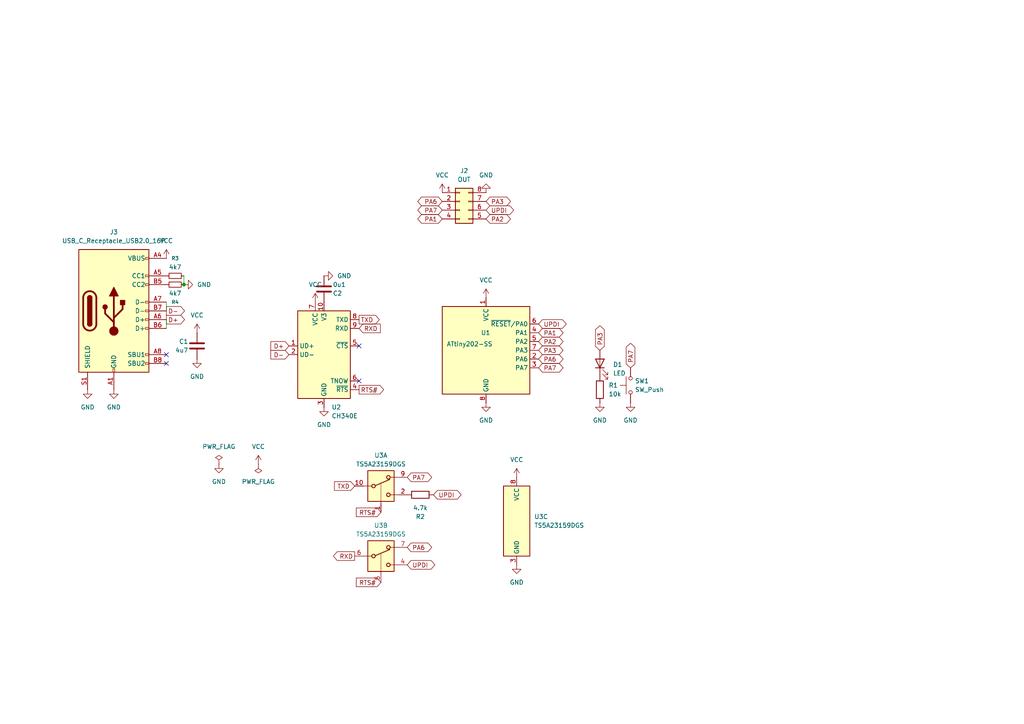
<source format=kicad_sch>
(kicad_sch (version 20250114) (generator "eeschema") (generator_version "9.0")
  (paper "A4")
  (lib_symbols
    (symbol "Analog_Switch:TS5A23159DGS"
      (property "Reference" "U" (at -5.08 8.89 0))
      (property "Value" "TS5A23159DGS" (at -5.08 6.985 0))
      (symbol "TS5A23159DGS_1_1"
        (polyline (pts (xy -5.08 0) (xy -2.794 0)))
        (rectangle (start -3.81 4.445) (end 3.81 -4.445) (stroke (width 0.254)) (fill (type background)))
        (circle (center -2.159 0) (radius 0.508) (stroke (width 0.254)))
        (polyline (pts (xy -1.651 0.127) (xy 2.54 1.905)) (stroke (width 0.254)))
        (polyline (pts (xy 0 0.254) (xy 0 0.508)))
        (polyline (pts (xy 0 -0.254) (xy 0 0)))
        (polyline (pts (xy 0 -0.762) (xy 0 -0.508)))
        (polyline (pts (xy 0 -1.27) (xy 0 -1.016)))
        (polyline (pts (xy 0 -1.778) (xy 0 -1.524)))
        (polyline (pts (xy 0 -2.286) (xy 0 -2.032)))
        (polyline (pts (xy 0 -2.794) (xy 0 -2.54)))
        (polyline (pts (xy 0 -3.302) (xy 0 -3.048)))
        (polyline (pts (xy 0 -3.81) (xy 0 -3.556)))
        (polyline (pts (xy 0 -4.318) (xy 0 -4.064)))
        (polyline (pts (xy 0 -5.08) (xy 0 -4.572)))
        (circle (center 2.159 2.54) (radius 0.508) (stroke (width 0.254)))
        (circle (center 2.159 -2.54) (radius 0.508) (stroke (width 0.254)))
        (polyline (pts (xy 5.08 2.54) (xy 2.794 2.54)))
        (polyline (pts (xy 5.08 -2.54) (xy 2.794 -2.54)))
        (pin passive line (at -7.62 0 0) (length 2.54) (name "~") (number "10"))
        (pin input line (at 0 -7.62 90) (length 2.54) (name "~") (number "1"))
        (pin passive line (at 7.62 2.54 180) (length 2.54) (name "~") (number "9"))
        (pin passive line (at 7.62 -2.54 180) (length 2.54) (name "~") (number "2"))
      )
      (symbol "TS5A23159DGS_2_1"
        (polyline (pts (xy -5.08 0) (xy -2.794 0)))
        (rectangle (start -3.81 4.445) (end 3.81 -4.445) (stroke (width 0.254)) (fill (type background)))
        (circle (center -2.159 0) (radius 0.508) (stroke (width 0.254)))
        (polyline (pts (xy -1.651 0.127) (xy 2.54 1.905)) (stroke (width 0.254)))
        (polyline (pts (xy 0 0.254) (xy 0 0.508)))
        (polyline (pts (xy 0 -0.254) (xy 0 0)))
        (polyline (pts (xy 0 -0.762) (xy 0 -0.508)))
        (polyline (pts (xy 0 -1.27) (xy 0 -1.016)))
        (polyline (pts (xy 0 -1.778) (xy 0 -1.524)))
        (polyline (pts (xy 0 -2.286) (xy 0 -2.032)))
        (polyline (pts (xy 0 -2.794) (xy 0 -2.54)))
        (polyline (pts (xy 0 -3.302) (xy 0 -3.048)))
        (polyline (pts (xy 0 -3.81) (xy 0 -3.556)))
        (polyline (pts (xy 0 -4.318) (xy 0 -4.064)))
        (polyline (pts (xy 0 -5.08) (xy 0 -4.572)))
        (circle (center 2.159 2.54) (radius 0.508) (stroke (width 0.254)))
        (circle (center 2.159 -2.54) (radius 0.508) (stroke (width 0.254)))
        (polyline (pts (xy 5.08 2.54) (xy 2.794 2.54)))
        (polyline (pts (xy 5.08 -2.54) (xy 2.794 -2.54)))
        (pin passive line (at -7.62 0 0) (length 2.54) (name "~") (number "6"))
        (pin input line (at 0 -7.62 90) (length 2.54) (name "~") (number "5"))
        (pin passive line (at 7.62 2.54 180) (length 2.54) (name "~") (number "7"))
        (pin passive line (at 7.62 -2.54 180) (length 2.54) (name "~") (number "4"))
      )
      (symbol "TS5A23159DGS_3_1"
        (rectangle (start -3.81 10.16) (end 3.81 -10.16) (stroke (width 0.254)) (fill (type background)))
        (pin power_in line (at 0 12.7 270) (length 2.54) (name "VCC") (number "8"))
        (pin power_in line (at 0 -12.7 90) (length 2.54) (name "GND") (number "3"))
      )
    )
    (symbol "Connector:USB_C_Receptacle_USB2.0_16P" (pin_names (offset 1.016))
      (property "Reference" "J" (at 0 22.225 0))
      (property "Value" "USB_C_Receptacle_USB2.0_16P" (at 0 19.685 0))
      (symbol "USB_C_Receptacle_USB2.0_16P_0_0"
        (rectangle (start -0.254 -17.78) (end 0.254 -16.764))
        (rectangle (start 10.16 15.494) (end 9.144 14.986))
        (rectangle (start 10.16 10.414) (end 9.144 9.906))
        (rectangle (start 10.16 7.874) (end 9.144 7.366))
        (rectangle (start 10.16 2.794) (end 9.144 2.286))
        (rectangle (start 10.16 0.254) (end 9.144 -0.254))
        (rectangle (start 10.16 -2.286) (end 9.144 -2.794))
        (rectangle (start 10.16 -4.826) (end 9.144 -5.334))
        (rectangle (start 10.16 -12.446) (end 9.144 -12.954))
        (rectangle (start 10.16 -14.986) (end 9.144 -15.494))
      )
      (symbol "USB_C_Receptacle_USB2.0_16P_0_1"
        (rectangle (start -10.16 17.78) (end 10.16 -17.78) (stroke (width 0.254)) (fill (type background)))
        (polyline (pts (xy -8.89 -3.81) (xy -8.89 3.81)) (stroke (width 0.508)))
        (rectangle (start -7.62 -3.81) (end -6.35 3.81) (stroke (width 0.254)) (fill (type outline)))
        (arc (start -7.62 3.81) (mid -6.985 4.4423) (end -6.35 3.81) (stroke (width 0.254)))
        (arc (start -7.62 3.81) (mid -6.985 4.4423) (end -6.35 3.81) (stroke (width 0.254)) (fill (type outline)))
        (arc (start -8.89 3.81) (mid -6.985 5.7067) (end -5.08 3.81) (stroke (width 0.508)))
        (arc (start -5.08 -3.81) (mid -6.985 -5.7067) (end -8.89 -3.81) (stroke (width 0.508)))
        (arc (start -6.35 -3.81) (mid -6.985 -4.4423) (end -7.62 -3.81) (stroke (width 0.254)))
        (arc (start -6.35 -3.81) (mid -6.985 -4.4423) (end -7.62 -3.81) (stroke (width 0.254)) (fill (type outline)))
        (polyline (pts (xy -5.08 3.81) (xy -5.08 -3.81)) (stroke (width 0.508)))
        (circle (center -2.54 1.143) (radius 0.635) (stroke (width 0.254)) (fill (type outline)))
        (polyline (pts (xy -1.27 4.318) (xy 0 6.858) (xy 1.27 4.318) (xy -1.27 4.318)) (stroke (width 0.254)) (fill (type outline)))
        (polyline (pts (xy 0 -2.032) (xy 2.54 0.508) (xy 2.54 1.778)) (stroke (width 0.508)))
        (polyline (pts (xy 0 -3.302) (xy -2.54 -0.762) (xy -2.54 0.508)) (stroke (width 0.508)))
        (polyline (pts (xy 0 -5.842) (xy 0 4.318)) (stroke (width 0.508)))
        (circle (center 0 -5.842) (radius 1.27) (fill (type outline)))
        (rectangle (start 1.905 1.778) (end 3.175 3.048) (stroke (width 0.254)) (fill (type outline)))
      )
      (symbol "USB_C_Receptacle_USB2.0_16P_1_1"
        (pin passive line (at -7.62 -22.86 90) (length 5.08) (name "SHIELD") (number "S1"))
        (pin passive line (at 0 -22.86 90) (length 5.08) (name "GND") (number "A1"))
        (pin passive line (at 0 -22.86 90) (length 5.08) (hide yes) (name "GND") (number "A12"))
        (pin passive line (at 0 -22.86 90) (length 5.08) (hide yes) (name "GND") (number "B1"))
        (pin passive line (at 0 -22.86 90) (length 5.08) (hide yes) (name "GND") (number "B12"))
        (pin passive line (at 15.24 15.24 180) (length 5.08) (name "VBUS") (number "A4"))
        (pin passive line (at 15.24 15.24 180) (length 5.08) (hide yes) (name "VBUS") (number "A9"))
        (pin passive line (at 15.24 15.24 180) (length 5.08) (hide yes) (name "VBUS") (number "B4"))
        (pin passive line (at 15.24 15.24 180) (length 5.08) (hide yes) (name "VBUS") (number "B9"))
        (pin bidirectional line (at 15.24 10.16 180) (length 5.08) (name "CC1") (number "A5"))
        (pin bidirectional line (at 15.24 7.62 180) (length 5.08) (name "CC2") (number "B5"))
        (pin bidirectional line (at 15.24 2.54 180) (length 5.08) (name "D-") (number "A7"))
        (pin bidirectional line (at 15.24 0 180) (length 5.08) (name "D-") (number "B7"))
        (pin bidirectional line (at 15.24 -2.54 180) (length 5.08) (name "D+") (number "A6"))
        (pin bidirectional line (at 15.24 -5.08 180) (length 5.08) (name "D+") (number "B6"))
        (pin bidirectional line (at 15.24 -12.7 180) (length 5.08) (name "SBU1") (number "A8"))
        (pin bidirectional line (at 15.24 -15.24 180) (length 5.08) (name "SBU2") (number "B8"))
      )
    )
    (symbol "Connector_Generic:Conn_02x04_Counter_Clockwise" (pin_names (offset 1.016) (hide yes))
      (property "Reference" "J" (at 1.27 5.08 0))
      (property "Value" "Conn_02x04_Counter_Clockwise" (at 1.27 -7.62 0))
      (symbol "Conn_02x04_Counter_Clockwise_1_1"
        (rectangle (start -1.27 3.81) (end 3.81 -6.35) (stroke (width 0.254)) (fill (type background)))
        (rectangle (start -1.27 2.667) (end 0 2.413) (stroke (width 0.1524)))
        (rectangle (start -1.27 0.127) (end 0 -0.127) (stroke (width 0.1524)))
        (rectangle (start -1.27 -2.413) (end 0 -2.667) (stroke (width 0.1524)))
        (rectangle (start -1.27 -4.953) (end 0 -5.207) (stroke (width 0.1524)))
        (rectangle (start 3.81 2.667) (end 2.54 2.413) (stroke (width 0.1524)))
        (rectangle (start 3.81 0.127) (end 2.54 -0.127) (stroke (width 0.1524)))
        (rectangle (start 3.81 -2.413) (end 2.54 -2.667) (stroke (width 0.1524)))
        (rectangle (start 3.81 -4.953) (end 2.54 -5.207) (stroke (width 0.1524)))
        (pin passive line (at -5.08 2.54 0) (length 3.81) (name "Pin_1") (number "1"))
        (pin passive line (at -5.08 0 0) (length 3.81) (name "Pin_2") (number "2"))
        (pin passive line (at -5.08 -2.54 0) (length 3.81) (name "Pin_3") (number "3"))
        (pin passive line (at -5.08 -5.08 0) (length 3.81) (name "Pin_4") (number "4"))
        (pin passive line (at 7.62 2.54 180) (length 3.81) (name "Pin_8") (number "8"))
        (pin passive line (at 7.62 0 180) (length 3.81) (name "Pin_7") (number "7"))
        (pin passive line (at 7.62 -2.54 180) (length 3.81) (name "Pin_6") (number "6"))
        (pin passive line (at 7.62 -5.08 180) (length 3.81) (name "Pin_5") (number "5"))
      )
    )
    (symbol "Device:C" (pin_numbers (hide yes)) (pin_names (offset 0.254))
      (property "Reference" "C" (at 0.635 2.54 0))
      (property "Value" "C" (at 0.635 -2.54 0))
      (symbol "C_0_1"
        (polyline (pts (xy -2.032 0.762) (xy 2.032 0.762)) (stroke (width 0.508)))
        (polyline (pts (xy -2.032 -0.762) (xy 2.032 -0.762)) (stroke (width 0.508)))
      )
      (symbol "C_1_1"
        (pin passive line (at 0 3.81 270) (length 2.794) (name "~") (number "1"))
        (pin passive line (at 0 -3.81 90) (length 2.794) (name "~") (number "2"))
      )
    )
    (symbol "Device:LED" (pin_numbers (hide yes)) (pin_names (offset 1.016) (hide yes))
      (property "Reference" "D" (at 0 2.54 0))
      (property "Value" "LED" (at 0 -2.54 0))
      (symbol "LED_0_1"
        (polyline (pts (xy -3.048 -0.762) (xy -4.572 -2.286) (xy -3.81 -2.286) (xy -4.572 -2.286) (xy -4.572 -1.524)))
        (polyline (pts (xy -1.778 -0.762) (xy -3.302 -2.286) (xy -2.54 -2.286) (xy -3.302 -2.286) (xy -3.302 -1.524)))
        (polyline (pts (xy -1.27 0) (xy 1.27 0)))
        (polyline (pts (xy -1.27 -1.27) (xy -1.27 1.27)) (stroke (width 0.254)))
        (polyline (pts (xy 1.27 -1.27) (xy 1.27 1.27) (xy -1.27 0) (xy 1.27 -1.27)) (stroke (width 0.254)))
      )
      (symbol "LED_1_1"
        (pin passive line (at -3.81 0 0) (length 2.54) (name "K") (number "1"))
        (pin passive line (at 3.81 0 180) (length 2.54) (name "A") (number "2"))
      )
    )
    (symbol "Device:R" (pin_numbers (hide yes)) (pin_names (offset 0))
      (property "Reference" "R" (at 2.032 0 90))
      (property "Value" "R" (at 0 0 90))
      (symbol "R_0_1"
        (rectangle (start -1.016 -2.54) (end 1.016 2.54) (stroke (width 0.254)))
      )
      (symbol "R_1_1"
        (pin passive line (at 0 3.81 270) (length 1.27) (name "~") (number "1"))
        (pin passive line (at 0 -3.81 90) (length 1.27) (name "~") (number "2"))
      )
    )
    (symbol "Device:R_Small" (pin_numbers (hide yes)) (pin_names (offset 0.254) (hide yes))
      (property "Reference" "R" (at 0 0 90))
      (property "Value" "R_Small" (at 1.778 0 90))
      (symbol "R_Small_0_1"
        (rectangle (start -0.762 1.778) (end 0.762 -1.778) (stroke (width 0.2032)))
      )
      (symbol "R_Small_1_1"
        (pin passive line (at 0 2.54 270) (length 0.762) (name "~") (number "1"))
        (pin passive line (at 0 -2.54 90) (length 0.762) (name "~") (number "2"))
      )
    )
    (symbol "Interface_USB:CH340E"
      (property "Reference" "U" (at -5.08 13.97 0))
      (property "Value" "CH340E" (at 1.27 13.97 0))
      (symbol "CH340E_0_1"
        (rectangle (start -7.62 12.7) (end 7.62 -12.7) (stroke (width 0.254)) (fill (type background)))
      )
      (symbol "CH340E_1_1"
        (pin bidirectional line (at -10.16 2.54 0) (length 2.54) (name "UD+") (number "1"))
        (pin bidirectional line (at -10.16 0 0) (length 2.54) (name "UD-") (number "2"))
        (pin power_in line (at -2.54 15.24 270) (length 2.54) (name "VCC") (number "7"))
        (pin power_out line (at 0 15.24 270) (length 2.54) (name "V3") (number "10"))
        (pin power_in line (at 0 -15.24 90) (length 2.54) (name "GND") (number "3"))
        (pin output line (at 10.16 10.16 180) (length 2.54) (name "TXD") (number "8"))
        (pin input line (at 10.16 7.62 180) (length 2.54) (name "RXD") (number "9"))
        (pin input line (at 10.16 2.54 180) (length 2.54) (name "~{CTS}") (number "5"))
        (pin output line (at 10.16 -7.62 180) (length 2.54) (name "TNOW") (number "6"))
        (pin output line (at 10.16 -10.16 180) (length 2.54) (name "~{RTS}") (number "4"))
      )
    )
    (symbol "MCU_Microchip_ATtiny:ATtiny202-SS"
      (property "Reference" "U" (at -12.7 13.97 0))
      (property "Value" "ATtiny202-SS" (at 2.54 -13.97 0))
      (symbol "ATtiny202-SS_0_1"
        (rectangle (start -12.7 -12.7) (end 12.7 12.7) (stroke (width 0.254)) (fill (type background)))
      )
      (symbol "ATtiny202-SS_1_1"
        (pin power_in line (at 0 15.24 270) (length 2.54) (name "VCC") (number "1"))
        (pin power_in line (at 0 -15.24 90) (length 2.54) (name "GND") (number "8"))
        (pin bidirectional line (at 15.24 7.62 180) (length 2.54) (name "~{RESET}/PA0") (number "6"))
        (pin bidirectional line (at 15.24 5.08 180) (length 2.54) (name "PA1") (number "4"))
        (pin bidirectional line (at 15.24 2.54 180) (length 2.54) (name "PA2") (number "5"))
        (pin bidirectional line (at 15.24 0 180) (length 2.54) (name "PA3") (number "7"))
        (pin bidirectional line (at 15.24 -2.54 180) (length 2.54) (name "PA6") (number "2"))
        (pin bidirectional line (at 15.24 -5.08 180) (length 2.54) (name "PA7") (number "3"))
      )
    )
    (symbol "Switch:SW_Push" (pin_numbers (hide yes)) (pin_names (offset 1.016) (hide yes))
      (property "Reference" "SW" (at 1.27 2.54 0))
      (property "Value" "SW_Push" (at 0 -1.524 0))
      (symbol "SW_Push_0_1"
        (circle (center -2.032 0) (radius 0.508))
        (polyline (pts (xy 0 1.27) (xy 0 3.048)))
        (circle (center 2.032 0) (radius 0.508))
        (polyline (pts (xy 2.54 1.27) (xy -2.54 1.27)))
        (pin passive line (at -5.08 0 0) (length 2.54) (name "1") (number "1"))
        (pin passive line (at 5.08 0 180) (length 2.54) (name "2") (number "2"))
      )
    )
    (symbol "power:GND" (power) (pin_numbers (hide yes)) (pin_names (offset 0) (hide yes))
      (property "Value" "GND" (at 0 -3.81 0))
      (symbol "GND_0_1"
        (polyline (pts (xy 0 0) (xy 0 -1.27) (xy 1.27 -1.27) (xy 0 -2.54) (xy -1.27 -1.27) (xy 0 -1.27)))
      )
      (symbol "GND_1_1"
        (pin power_in line (at 0 0 270) (length 0) (name "~") (number "1"))
      )
    )
    (symbol "power:PWR_FLAG" (power) (pin_numbers (hide yes)) (pin_names (offset 0) (hide yes))
      (property "Value" "PWR_FLAG" (at 0 3.81 0))
      (symbol "PWR_FLAG_0_0"
        (pin power_out line (at 0 0 90) (length 0) (name "~") (number "1"))
      )
      (symbol "PWR_FLAG_0_1"
        (polyline (pts (xy 0 0) (xy 0 1.27) (xy -1.016 1.905) (xy 0 2.54) (xy 1.016 1.905) (xy 0 1.27)))
      )
    )
    (symbol "power:VCC" (power) (pin_numbers (hide yes)) (pin_names (offset 0) (hide yes))
      (property "Value" "VCC" (at 0 3.556 0))
      (symbol "VCC_0_1"
        (polyline (pts (xy -0.762 1.27) (xy 0 2.54)))
        (polyline (pts (xy 0 2.54) (xy 0.762 1.27)))
        (polyline (pts (xy 0 0) (xy 0 2.54)))
      )
      (symbol "VCC_1_1"
        (pin power_in line (at 0 0 90) (length 0) (name "~") (number "1"))
      )
    )
  )
  (junction (at 53.34 82.55))
  (no_connect (at 104.14 110.49))
  (no_connect (at 48.26 105.41))
  (no_connect (at 104.14 100.33))
  (no_connect (at 48.26 102.87))
  (wire (pts (xy 53.34 80.01) (xy 53.34 82.55)))
  (wire (pts (xy 48.26 92.71) (xy 48.26 95.25)))
  (wire (pts (xy 48.26 87.63) (xy 48.26 90.17)))
  (global_label "PA6" (shape bidirectional) (at 118.11 158.75 0) (property "Intersheetrefs" "${INTERSHEET_REFS}" (effects (hide yes))))
  (global_label "PA3" (shape bidirectional) (at 156.21 101.6 0) (property "Intersheetrefs" "${INTERSHEET_REFS}" (effects (hide yes))))
  (global_label "RTS#" (shape input) (at 110.49 168.91 180) (property "Intersheetrefs" "${INTERSHEET_REFS}" (effects (hide yes))))
  (global_label "UPDI" (shape bidirectional) (at 156.21 93.98 0) (property "Intersheetrefs" "${INTERSHEET_REFS}" (effects (hide yes))))
  (global_label "RXD" (shape output) (at 102.87 161.29 180) (property "Intersheetrefs" "${INTERSHEET_REFS}" (effects (hide yes))))
  (global_label "D+" (shape output) (at 48.26 92.71 0) (property "Intersheetrefs" "${INTERSHEET_REFS}" (effects (hide yes))))
  (global_label "D-" (shape output) (at 48.26 90.17 0) (property "Intersheetrefs" "${INTERSHEET_REFS}" (effects (hide yes))))
  (global_label "PA7" (shape bidirectional) (at 182.88 106.68 90) (property "Intersheetrefs" "${INTERSHEET_REFS}" (effects (hide yes))))
  (global_label "PA7" (shape bidirectional) (at 128.27 60.96 180) (property "Intersheetrefs" "${INTERSHEET_REFS}" (effects (hide yes))))
  (global_label "RTS#" (shape output) (at 104.14 113.03 0) (property "Intersheetrefs" "${INTERSHEET_REFS}" (effects (hide yes))))
  (global_label "UPDI" (shape bidirectional) (at 118.11 163.83 0) (property "Intersheetrefs" "${INTERSHEET_REFS}" (effects (hide yes))))
  (global_label "D-" (shape input) (at 83.82 102.87 180) (property "Intersheetrefs" "${INTERSHEET_REFS}" (effects (hide yes))))
  (global_label "D+" (shape input) (at 83.82 100.33 180) (property "Intersheetrefs" "${INTERSHEET_REFS}" (effects (hide yes))))
  (global_label "UPDI" (shape bidirectional) (at 140.97 60.96 0) (property "Intersheetrefs" "${INTERSHEET_REFS}" (effects (hide yes))))
  (global_label "PA3" (shape bidirectional) (at 173.99 101.6 90) (property "Intersheetrefs" "${INTERSHEET_REFS}" (effects (hide yes))))
  (global_label "PA3" (shape bidirectional) (at 140.97 58.42 0) (property "Intersheetrefs" "${INTERSHEET_REFS}" (effects (hide yes))))
  (global_label "PA2" (shape bidirectional) (at 156.21 99.06 0) (property "Intersheetrefs" "${INTERSHEET_REFS}" (effects (hide yes))))
  (global_label "PA1" (shape bidirectional) (at 156.21 96.52 0) (property "Intersheetrefs" "${INTERSHEET_REFS}" (effects (hide yes))))
  (global_label "PA7" (shape bidirectional) (at 118.11 138.43 0) (property "Intersheetrefs" "${INTERSHEET_REFS}" (effects (hide yes))))
  (global_label "PA2" (shape bidirectional) (at 140.97 63.5 0) (property "Intersheetrefs" "${INTERSHEET_REFS}" (effects (hide yes))))
  (global_label "PA7" (shape bidirectional) (at 156.21 106.68 0) (property "Intersheetrefs" "${INTERSHEET_REFS}" (effects (hide yes))))
  (global_label "PA6" (shape bidirectional) (at 156.21 104.14 0) (property "Intersheetrefs" "${INTERSHEET_REFS}" (effects (hide yes))))
  (global_label "PA6" (shape bidirectional) (at 128.27 58.42 180) (property "Intersheetrefs" "${INTERSHEET_REFS}" (effects (hide yes))))
  (global_label "TXD" (shape input) (at 102.87 140.97 180) (property "Intersheetrefs" "${INTERSHEET_REFS}" (effects (hide yes))))
  (global_label "UPDI" (shape bidirectional) (at 125.73 143.51 0) (property "Intersheetrefs" "${INTERSHEET_REFS}" (effects (hide yes))))
  (global_label "TXD" (shape output) (at 104.14 92.71 0) (property "Intersheetrefs" "${INTERSHEET_REFS}" (effects (hide yes))))
  (global_label "PA1" (shape bidirectional) (at 128.27 63.5 180) (property "Intersheetrefs" "${INTERSHEET_REFS}" (effects (hide yes))))
  (global_label "RTS#" (shape input) (at 110.49 148.59 180) (property "Intersheetrefs" "${INTERSHEET_REFS}" (effects (hide yes))))
  (global_label "RXD" (shape input) (at 104.14 95.25 0) (property "Intersheetrefs" "${INTERSHEET_REFS}" (effects (hide yes))))
  (symbol (lib_id "Device:C") (at 57.15 100.33 0) (unit 1)
    (property "Reference" "C1" (at 54.61 99.06 0) (effects (justify right)))
    (property "Value" "4u7" (at 54.61 101.6 0) (effects (justify right)))
    (property "Footprint" "Capacitor_SMD:C_0603_1608Metric" (effects (hide yes)))
  )
  (symbol (lib_id "Device:R") (at 121.92 143.51 90) (mirror x) (unit 1)
    (property "Reference" "R2" (at 121.92 149.86 90))
    (property "Value" "4.7k" (at 121.92 147.32 90))
    (property "Footprint" "Resistor_SMD:R_0603_1608Metric" (effects (hide yes)))
    (property "Description" "Resistor" (effects (hide yes)))
  )
  (symbol (lib_id "power:GND") (at 93.98 80.01 90) (unit 1)
    (property "Reference" "#PWR07" (effects (hide yes)))
    (property "Value" "GND" (at 97.79 80.0099 90) (effects (justify right)))
    (property "Description" "Power symbol creates a global label with name \"GND\" , ground" (effects (hide yes)))
  )
  (symbol (lib_id "power:PWR_FLAG") (at 63.5 134.62 0) (unit 1)
    (property "Reference" "#FLG01" (effects (hide yes)))
    (property "Value" "PWR_FLAG" (at 63.5 129.54 0))
    (property "Description" "Special symbol for telling ERC where power comes from" (effects (hide yes)))
  )
  (symbol (lib_id "Device:R") (at 173.99 113.03 0) (unit 1)
    (property "Reference" "R1" (at 176.53 111.76 0) (effects (justify left)))
    (property "Value" "10k" (at 176.53 114.3 0) (effects (justify left)))
    (property "Footprint" "Resistor_SMD:R_0603_1608Metric" (effects (hide yes)))
  )
  (symbol (lib_id "MCU_Microchip_ATtiny:ATtiny202-SS") (at 140.97 101.6 0) (unit 1)
    (property "Reference" "U1" (at 142.24 96.52 0) (effects (justify right)))
    (property "Value" "ATtiny202-SS" (at 129.54 99.06 0) (effects (justify left top)))
    (property "Footprint" "Package_SO:SOIC-8_3.9x4.9mm_P1.27mm" (effects (hide yes)))
    (property "Datasheet" "http://ww1.microchip.com/downloads/en/DeviceDoc/ATtiny202-402-AVR-MCU-with-Core-Independent-Peripherals_and-picoPower-40001969A.pdf" (effects (hide yes)))
  )
  (symbol (lib_id "Device:LED") (at 173.99 105.41 90) (unit 1)
    (property "Reference" "D1" (at 177.8 105.7275 90) (effects (justify right)))
    (property "Value" "LED" (at 177.8 108.2675 90) (effects (justify right)))
    (property "Footprint" "LED_SMD:LED_0603_1608Metric" (effects (hide yes)))
    (property "Description" "Light emitting diode" (effects (hide yes)))
    (property "Sim.Pins" "1=K 2=A" (effects (hide yes)))
  )
  (symbol (lib_id "power:GND") (at 93.98 118.11 0) (unit 1)
    (property "Reference" "#PWR08" (effects (hide yes)))
    (property "Value" "GND" (at 93.98 123.19 0))
    (property "Description" "Power symbol creates a global label with name \"GND\" , ground" (effects (hide yes)))
  )
  (symbol (lib_id "Analog_Switch:TS5A23159DGS") (at 110.49 140.97 0) (unit 1)
    (property "Reference" "U3" (at 110.49 132.08 0))
    (property "Value" "TS5A23159DGS" (at 110.49 134.62 0))
    (property "Footprint" "Package_SO:VSSOP-10_3x3mm_P0.5mm" (effects (hide yes)))
    (property "Datasheet" "http://www.ti.com/lit/ds/symlink/ts5a23159.pdf" (effects (hide yes)))
    (property "Description" "Dual SPDT 1ohm Bidirectional Analog Switch with Off protection, VSSOP-10" (effects (hide yes)))
  )
  (symbol (lib_id "power:PWR_FLAG") (at 74.93 134.62 0) (mirror x) (unit 1)
    (property "Reference" "#FLG02" (effects (hide yes)))
    (property "Value" "PWR_FLAG" (at 74.93 139.7 0))
    (property "Description" "Special symbol for telling ERC where power comes from" (effects (hide yes)))
  )
  (symbol (lib_id "Interface_USB:CH340E") (at 93.98 102.87 0) (unit 1)
    (property "Reference" "U2" (at 96.1741 118.11 0) (effects (justify left)))
    (property "Value" "CH340E" (at 96.1741 120.65 0) (effects (justify left)))
    (property "Footprint" "Package_SO:MSOP-10_3x3mm_P0.5mm" (effects (hide yes)))
    (property "Datasheet" "https://www.mpja.com/download/35227cpdata.pdf" (effects (hide yes)))
    (property "Description" "USB serial converter, UART, MSOP-10" (effects (hide yes)))
  )
  (symbol (lib_id "Device:R_Small") (at 50.8 80.01 90) (unit 1)
    (property "Reference" "R3" (at 50.8 74.93 90) (effects (font (size 1.016 1.016))))
    (property "Value" "4k7" (at 50.8 77.47 90))
    (property "Footprint" "Resistor_SMD:R_0603_1608Metric" (effects (hide yes)))
    (property "Description" "Resistor, small symbol" (effects (hide yes)))
  )
  (symbol (lib_id "Connector:USB_C_Receptacle_USB2.0_16P") (at 33.02 90.17 0) (unit 1)
    (property "Reference" "J3" (at 33.02 67.31 0))
    (property "Value" "USB_C_Receptacle_USB2.0_16P" (at 33.02 69.85 0))
    (property "Footprint" "Connector_USB:USB_C_Receptacle_GCT_USB4105-xx-A_16P_TopMnt_Horizontal" (effects (hide yes)))
    (property "Datasheet" "https://www.usb.org/sites/default/files/documents/usb_type-c.zip" (effects (hide yes)))
    (property "Description" "USB 2.0-only 16P Type-C Receptacle connector" (effects (hide yes)))
  )
  (symbol (lib_id "power:GND") (at 57.15 104.14 0) (unit 1)
    (property "Reference" "#PWR06" (effects (hide yes)))
    (property "Value" "GND" (at 57.15 109.22 0))
    (property "Description" "Power symbol creates a global label with name \"GND\" , ground" (effects (hide yes)))
  )
  (symbol (lib_id "power:VCC") (at 48.26 74.93 0) (unit 1)
    (property "Reference" "#PWR03" (effects (hide yes)))
    (property "Value" "VCC" (at 48.26 69.85 0))
    (property "Description" "Power symbol creates a global label with name \"VCC\"" (effects (hide yes)))
  )
  (symbol (lib_id "power:VCC") (at 91.44 87.63 0) (unit 1)
    (property "Reference" "#PWR05" (effects (hide yes)))
    (property "Value" "VCC" (at 91.44 82.55 0))
    (property "Description" "Power symbol creates a global label with name \"VCC\"" (effects (hide yes)))
  )
  (symbol (lib_id "Device:C") (at 93.98 83.82 180) (unit 1)
    (property "Reference" "C2" (at 96.52 85.09 0) (effects (justify right)))
    (property "Value" "0u1" (at 96.52 82.55 0) (effects (justify right)))
    (property "Footprint" "Capacitor_SMD:C_0603_1608Metric" (effects (hide yes)))
  )
  (symbol (lib_id "power:GND") (at 173.99 116.84 0) (unit 1)
    (property "Reference" "#PWR012" (effects (hide yes)))
    (property "Value" "GND" (at 173.99 121.92 0))
    (property "Description" "Power symbol creates a global label with name \"GND\" , ground" (effects (hide yes)))
  )
  (symbol (lib_id "Device:R_Small") (at 50.8 82.55 90) (mirror x) (unit 1)
    (property "Reference" "R4" (at 50.8 87.63 90) (effects (font (size 1.016 1.016))))
    (property "Value" "4k7" (at 50.8 85.09 90))
    (property "Footprint" "Resistor_SMD:R_0603_1608Metric" (effects (hide yes)))
    (property "Description" "Resistor, small symbol" (effects (hide yes)))
  )
  (symbol (lib_id "power:GND") (at 33.02 113.03 0) (unit 1)
    (property "Reference" "#PWR01" (effects (hide yes)))
    (property "Value" "GND" (at 33.02 118.11 0))
    (property "Description" "Power symbol creates a global label with name \"GND\" , ground" (effects (hide yes)))
  )
  (symbol (lib_id "power:GND") (at 149.86 163.83 0) (unit 1)
    (property "Reference" "#PWR017" (effects (hide yes)))
    (property "Value" "GND" (at 149.86 168.91 0))
    (property "Description" "Power symbol creates a global label with name \"GND\" , ground" (effects (hide yes)))
  )
  (symbol (lib_id "power:GND") (at 25.4 113.03 0) (unit 1)
    (property "Reference" "#PWR015" (effects (hide yes)))
    (property "Value" "GND" (at 25.4 118.11 0))
    (property "Description" "Power symbol creates a global label with name \"GND\" , ground" (effects (hide yes)))
  )
  (symbol (lib_id "power:GND") (at 63.5 134.62 0) (unit 1)
    (property "Reference" "#PWR018" (effects (hide yes)))
    (property "Value" "GND" (at 63.5 139.7 0))
    (property "Description" "Power symbol creates a global label with name \"GND\" , ground" (effects (hide yes)))
  )
  (symbol (lib_id "power:GND") (at 140.97 116.84 0) (unit 1)
    (property "Reference" "#PWR011" (effects (hide yes)))
    (property "Value" "GND" (at 140.97 121.92 0))
    (property "Description" "Power symbol creates a global label with name \"GND\" , ground" (effects (hide yes)))
  )
  (symbol (lib_id "power:VCC") (at 74.93 134.62 0) (unit 1)
    (property "Reference" "#PWR019" (effects (hide yes)))
    (property "Value" "VCC" (at 74.93 129.54 0))
    (property "Description" "Power symbol creates a global label with name \"VCC\"" (effects (hide yes)))
  )
  (symbol (lib_id "Analog_Switch:TS5A23159DGS") (at 149.86 151.13 0) (unit 3)
    (property "Reference" "U3" (at 154.94 149.8599 0) (effects (justify left)))
    (property "Value" "TS5A23159DGS" (at 154.94 152.3999 0) (effects (justify left)))
    (property "Footprint" "Package_SO:VSSOP-10_3x3mm_P0.5mm" (effects (hide yes)))
    (property "Datasheet" "http://www.ti.com/lit/ds/symlink/ts5a23159.pdf" (effects (hide yes)))
    (property "Description" "Dual SPDT 1ohm Bidirectional Analog Switch with Off protection, VSSOP-10" (effects (hide yes)))
  )
  (symbol (lib_id "power:VCC") (at 140.97 86.36 0) (unit 1)
    (property "Reference" "#PWR09" (effects (hide yes)))
    (property "Value" "VCC" (at 140.97 81.28 0))
    (property "Description" "Power symbol creates a global label with name \"VCC\"" (effects (hide yes)))
  )
  (symbol (lib_id "Switch:SW_Push") (at 182.88 111.76 90) (unit 1)
    (property "Reference" "SW1" (at 184.15 110.49 90) (effects (justify right)))
    (property "Value" "SW_Push" (at 184.15 113.03 90) (effects (justify right)))
    (property "Footprint" "Library:alps-skrp" (effects (hide yes)))
  )
  (symbol (lib_id "power:GND") (at 53.34 82.55 90) (unit 1)
    (property "Reference" "#PWR014" (effects (hide yes)))
    (property "Value" "GND" (at 57.15 82.5499 90) (effects (justify right)))
    (property "Description" "Power symbol creates a global label with name \"GND\" , ground" (effects (hide yes)))
  )
  (symbol (lib_id "power:VCC") (at 149.86 138.43 0) (unit 1)
    (property "Reference" "#PWR016" (effects (hide yes)))
    (property "Value" "VCC" (at 149.86 133.35 0))
    (property "Description" "Power symbol creates a global label with name \"VCC\"" (effects (hide yes)))
  )
  (symbol (lib_id "power:GND") (at 140.97 55.88 180) (unit 1)
    (property "Reference" "#PWR04" (effects (hide yes)))
    (property "Value" "GND" (at 140.97 50.8 0))
    (property "Description" "Power symbol creates a global label with name \"GND\" , ground" (effects (hide yes)))
  )
  (symbol (lib_id "power:GND") (at 182.88 116.84 0) (unit 1)
    (property "Reference" "#PWR013" (effects (hide yes)))
    (property "Value" "GND" (at 182.88 121.92 0))
    (property "Description" "Power symbol creates a global label with name \"GND\" , ground" (effects (hide yes)))
  )
  (symbol (lib_id "power:VCC") (at 57.15 96.52 0) (unit 1)
    (property "Reference" "#PWR010" (effects (hide yes)))
    (property "Value" "VCC" (at 57.15 91.44 0))
    (property "Description" "Power symbol creates a global label with name \"VCC\"" (effects (hide yes)))
  )
  (symbol (lib_id "Analog_Switch:TS5A23159DGS") (at 110.49 161.29 0) (unit 2)
    (property "Reference" "U3" (at 110.49 152.4 0))
    (property "Value" "TS5A23159DGS" (at 110.49 154.94 0))
    (property "Footprint" "Package_SO:VSSOP-10_3x3mm_P0.5mm" (effects (hide yes)))
    (property "Datasheet" "http://www.ti.com/lit/ds/symlink/ts5a23159.pdf" (effects (hide yes)))
    (property "Description" "Dual SPDT 1ohm Bidirectional Analog Switch with Off protection, VSSOP-10" (effects (hide yes)))
  )
  (symbol (lib_id "power:VCC") (at 128.27 55.88 0) (unit 1)
    (property "Reference" "#PWR02" (effects (hide yes)))
    (property "Value" "VCC" (at 128.27 50.8 0))
    (property "Description" "Power symbol creates a global label with name \"VCC\"" (effects (hide yes)))
  )
  (symbol (lib_id "Connector_Generic:Conn_02x04_Counter_Clockwise") (at 133.35 58.42 0) (unit 1)
    (property "Reference" "J2" (at 134.62 49.53 0))
    (property "Value" "OUT" (at 134.62 52.07 0))
    (property "Footprint" "Package_DIP:DIP-8_W7.62mm_Socket" (effects (hide yes)))
  )
)
</source>
